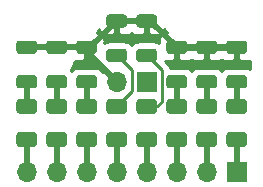
<source format=gbr>
%TF.GenerationSoftware,KiCad,Pcbnew,(5.1.10-1-10_14)*%
%TF.CreationDate,2021-09-10T18:45:47-04:00*%
%TF.ProjectId,led-bar,6c65642d-6261-4722-9e6b-696361645f70,rev?*%
%TF.SameCoordinates,Original*%
%TF.FileFunction,Copper,L1,Top*%
%TF.FilePolarity,Positive*%
%FSLAX46Y46*%
G04 Gerber Fmt 4.6, Leading zero omitted, Abs format (unit mm)*
G04 Created by KiCad (PCBNEW (5.1.10-1-10_14)) date 2021-09-10 18:45:47*
%MOMM*%
%LPD*%
G01*
G04 APERTURE LIST*
%TA.AperFunction,ComponentPad*%
%ADD10O,1.700000X1.700000*%
%TD*%
%TA.AperFunction,ComponentPad*%
%ADD11R,1.700000X1.700000*%
%TD*%
%TA.AperFunction,Conductor*%
%ADD12C,0.500000*%
%TD*%
%TA.AperFunction,Conductor*%
%ADD13C,0.250000*%
%TD*%
%TA.AperFunction,Conductor*%
%ADD14C,0.254000*%
%TD*%
%TA.AperFunction,Conductor*%
%ADD15C,0.100000*%
%TD*%
G04 APERTURE END LIST*
D10*
%TO.P,J2,2*%
%TO.N,GND*%
X172212000Y-81280000D03*
D11*
%TO.P,J2,1*%
X174752000Y-81280000D03*
%TD*%
%TO.P,R2,2*%
%TO.N,GND*%
%TA.AperFunction,SMDPad,CuDef*%
G36*
G01*
X165217001Y-78856000D02*
X163966999Y-78856000D01*
G75*
G02*
X163717000Y-78606001I0J249999D01*
G01*
X163717000Y-77980999D01*
G75*
G02*
X163966999Y-77731000I249999J0D01*
G01*
X165217001Y-77731000D01*
G75*
G02*
X165467000Y-77980999I0J-249999D01*
G01*
X165467000Y-78606001D01*
G75*
G02*
X165217001Y-78856000I-249999J0D01*
G01*
G37*
%TD.AperFunction*%
%TO.P,R2,1*%
%TO.N,Net-(D2-Pad1)*%
%TA.AperFunction,SMDPad,CuDef*%
G36*
G01*
X165217001Y-81781000D02*
X163966999Y-81781000D01*
G75*
G02*
X163717000Y-81531001I0J249999D01*
G01*
X163717000Y-80905999D01*
G75*
G02*
X163966999Y-80656000I249999J0D01*
G01*
X165217001Y-80656000D01*
G75*
G02*
X165467000Y-80905999I0J-249999D01*
G01*
X165467000Y-81531001D01*
G75*
G02*
X165217001Y-81781000I-249999J0D01*
G01*
G37*
%TD.AperFunction*%
%TD*%
%TO.P,D2,2*%
%TO.N,Net-(D2-Pad2)*%
%TA.AperFunction,SMDPad,CuDef*%
G36*
G01*
X163967000Y-85481000D02*
X165217000Y-85481000D01*
G75*
G02*
X165467000Y-85731000I0J-250000D01*
G01*
X165467000Y-86481000D01*
G75*
G02*
X165217000Y-86731000I-250000J0D01*
G01*
X163967000Y-86731000D01*
G75*
G02*
X163717000Y-86481000I0J250000D01*
G01*
X163717000Y-85731000D01*
G75*
G02*
X163967000Y-85481000I250000J0D01*
G01*
G37*
%TD.AperFunction*%
%TO.P,D2,1*%
%TO.N,Net-(D2-Pad1)*%
%TA.AperFunction,SMDPad,CuDef*%
G36*
G01*
X163967000Y-82681000D02*
X165217000Y-82681000D01*
G75*
G02*
X165467000Y-82931000I0J-250000D01*
G01*
X165467000Y-83681000D01*
G75*
G02*
X165217000Y-83931000I-250000J0D01*
G01*
X163967000Y-83931000D01*
G75*
G02*
X163717000Y-83681000I0J250000D01*
G01*
X163717000Y-82931000D01*
G75*
G02*
X163967000Y-82681000I250000J0D01*
G01*
G37*
%TD.AperFunction*%
%TD*%
%TO.P,R8,2*%
%TO.N,GND*%
%TA.AperFunction,SMDPad,CuDef*%
G36*
G01*
X182997001Y-78856000D02*
X181746999Y-78856000D01*
G75*
G02*
X181497000Y-78606001I0J249999D01*
G01*
X181497000Y-77980999D01*
G75*
G02*
X181746999Y-77731000I249999J0D01*
G01*
X182997001Y-77731000D01*
G75*
G02*
X183247000Y-77980999I0J-249999D01*
G01*
X183247000Y-78606001D01*
G75*
G02*
X182997001Y-78856000I-249999J0D01*
G01*
G37*
%TD.AperFunction*%
%TO.P,R8,1*%
%TO.N,Net-(D8-Pad1)*%
%TA.AperFunction,SMDPad,CuDef*%
G36*
G01*
X182997001Y-81781000D02*
X181746999Y-81781000D01*
G75*
G02*
X181497000Y-81531001I0J249999D01*
G01*
X181497000Y-80905999D01*
G75*
G02*
X181746999Y-80656000I249999J0D01*
G01*
X182997001Y-80656000D01*
G75*
G02*
X183247000Y-80905999I0J-249999D01*
G01*
X183247000Y-81531001D01*
G75*
G02*
X182997001Y-81781000I-249999J0D01*
G01*
G37*
%TD.AperFunction*%
%TD*%
%TO.P,R7,2*%
%TO.N,GND*%
%TA.AperFunction,SMDPad,CuDef*%
G36*
G01*
X180457001Y-78856000D02*
X179206999Y-78856000D01*
G75*
G02*
X178957000Y-78606001I0J249999D01*
G01*
X178957000Y-77980999D01*
G75*
G02*
X179206999Y-77731000I249999J0D01*
G01*
X180457001Y-77731000D01*
G75*
G02*
X180707000Y-77980999I0J-249999D01*
G01*
X180707000Y-78606001D01*
G75*
G02*
X180457001Y-78856000I-249999J0D01*
G01*
G37*
%TD.AperFunction*%
%TO.P,R7,1*%
%TO.N,Net-(D7-Pad1)*%
%TA.AperFunction,SMDPad,CuDef*%
G36*
G01*
X180457001Y-81781000D02*
X179206999Y-81781000D01*
G75*
G02*
X178957000Y-81531001I0J249999D01*
G01*
X178957000Y-80905999D01*
G75*
G02*
X179206999Y-80656000I249999J0D01*
G01*
X180457001Y-80656000D01*
G75*
G02*
X180707000Y-80905999I0J-249999D01*
G01*
X180707000Y-81531001D01*
G75*
G02*
X180457001Y-81781000I-249999J0D01*
G01*
G37*
%TD.AperFunction*%
%TD*%
%TO.P,R6,2*%
%TO.N,GND*%
%TA.AperFunction,SMDPad,CuDef*%
G36*
G01*
X177917001Y-78856000D02*
X176666999Y-78856000D01*
G75*
G02*
X176417000Y-78606001I0J249999D01*
G01*
X176417000Y-77980999D01*
G75*
G02*
X176666999Y-77731000I249999J0D01*
G01*
X177917001Y-77731000D01*
G75*
G02*
X178167000Y-77980999I0J-249999D01*
G01*
X178167000Y-78606001D01*
G75*
G02*
X177917001Y-78856000I-249999J0D01*
G01*
G37*
%TD.AperFunction*%
%TO.P,R6,1*%
%TO.N,Net-(D6-Pad1)*%
%TA.AperFunction,SMDPad,CuDef*%
G36*
G01*
X177917001Y-81781000D02*
X176666999Y-81781000D01*
G75*
G02*
X176417000Y-81531001I0J249999D01*
G01*
X176417000Y-80905999D01*
G75*
G02*
X176666999Y-80656000I249999J0D01*
G01*
X177917001Y-80656000D01*
G75*
G02*
X178167000Y-80905999I0J-249999D01*
G01*
X178167000Y-81531001D01*
G75*
G02*
X177917001Y-81781000I-249999J0D01*
G01*
G37*
%TD.AperFunction*%
%TD*%
%TO.P,R5,2*%
%TO.N,GND*%
%TA.AperFunction,SMDPad,CuDef*%
G36*
G01*
X175377001Y-76631500D02*
X174126999Y-76631500D01*
G75*
G02*
X173877000Y-76381501I0J249999D01*
G01*
X173877000Y-75756499D01*
G75*
G02*
X174126999Y-75506500I249999J0D01*
G01*
X175377001Y-75506500D01*
G75*
G02*
X175627000Y-75756499I0J-249999D01*
G01*
X175627000Y-76381501D01*
G75*
G02*
X175377001Y-76631500I-249999J0D01*
G01*
G37*
%TD.AperFunction*%
%TO.P,R5,1*%
%TO.N,Net-(D5-Pad1)*%
%TA.AperFunction,SMDPad,CuDef*%
G36*
G01*
X175377001Y-79556500D02*
X174126999Y-79556500D01*
G75*
G02*
X173877000Y-79306501I0J249999D01*
G01*
X173877000Y-78681499D01*
G75*
G02*
X174126999Y-78431500I249999J0D01*
G01*
X175377001Y-78431500D01*
G75*
G02*
X175627000Y-78681499I0J-249999D01*
G01*
X175627000Y-79306501D01*
G75*
G02*
X175377001Y-79556500I-249999J0D01*
G01*
G37*
%TD.AperFunction*%
%TD*%
%TO.P,R4,2*%
%TO.N,GND*%
%TA.AperFunction,SMDPad,CuDef*%
G36*
G01*
X172837001Y-76631500D02*
X171586999Y-76631500D01*
G75*
G02*
X171337000Y-76381501I0J249999D01*
G01*
X171337000Y-75756499D01*
G75*
G02*
X171586999Y-75506500I249999J0D01*
G01*
X172837001Y-75506500D01*
G75*
G02*
X173087000Y-75756499I0J-249999D01*
G01*
X173087000Y-76381501D01*
G75*
G02*
X172837001Y-76631500I-249999J0D01*
G01*
G37*
%TD.AperFunction*%
%TO.P,R4,1*%
%TO.N,Net-(D4-Pad1)*%
%TA.AperFunction,SMDPad,CuDef*%
G36*
G01*
X172837001Y-79556500D02*
X171586999Y-79556500D01*
G75*
G02*
X171337000Y-79306501I0J249999D01*
G01*
X171337000Y-78681499D01*
G75*
G02*
X171586999Y-78431500I249999J0D01*
G01*
X172837001Y-78431500D01*
G75*
G02*
X173087000Y-78681499I0J-249999D01*
G01*
X173087000Y-79306501D01*
G75*
G02*
X172837001Y-79556500I-249999J0D01*
G01*
G37*
%TD.AperFunction*%
%TD*%
%TO.P,R3,2*%
%TO.N,GND*%
%TA.AperFunction,SMDPad,CuDef*%
G36*
G01*
X170297001Y-78856000D02*
X169046999Y-78856000D01*
G75*
G02*
X168797000Y-78606001I0J249999D01*
G01*
X168797000Y-77980999D01*
G75*
G02*
X169046999Y-77731000I249999J0D01*
G01*
X170297001Y-77731000D01*
G75*
G02*
X170547000Y-77980999I0J-249999D01*
G01*
X170547000Y-78606001D01*
G75*
G02*
X170297001Y-78856000I-249999J0D01*
G01*
G37*
%TD.AperFunction*%
%TO.P,R3,1*%
%TO.N,Net-(D3-Pad1)*%
%TA.AperFunction,SMDPad,CuDef*%
G36*
G01*
X170297001Y-81781000D02*
X169046999Y-81781000D01*
G75*
G02*
X168797000Y-81531001I0J249999D01*
G01*
X168797000Y-80905999D01*
G75*
G02*
X169046999Y-80656000I249999J0D01*
G01*
X170297001Y-80656000D01*
G75*
G02*
X170547000Y-80905999I0J-249999D01*
G01*
X170547000Y-81531001D01*
G75*
G02*
X170297001Y-81781000I-249999J0D01*
G01*
G37*
%TD.AperFunction*%
%TD*%
%TO.P,R1,2*%
%TO.N,GND*%
%TA.AperFunction,SMDPad,CuDef*%
G36*
G01*
X167757001Y-78856000D02*
X166506999Y-78856000D01*
G75*
G02*
X166257000Y-78606001I0J249999D01*
G01*
X166257000Y-77980999D01*
G75*
G02*
X166506999Y-77731000I249999J0D01*
G01*
X167757001Y-77731000D01*
G75*
G02*
X168007000Y-77980999I0J-249999D01*
G01*
X168007000Y-78606001D01*
G75*
G02*
X167757001Y-78856000I-249999J0D01*
G01*
G37*
%TD.AperFunction*%
%TO.P,R1,1*%
%TO.N,Net-(D1-Pad1)*%
%TA.AperFunction,SMDPad,CuDef*%
G36*
G01*
X167757001Y-81781000D02*
X166506999Y-81781000D01*
G75*
G02*
X166257000Y-81531001I0J249999D01*
G01*
X166257000Y-80905999D01*
G75*
G02*
X166506999Y-80656000I249999J0D01*
G01*
X167757001Y-80656000D01*
G75*
G02*
X168007000Y-80905999I0J-249999D01*
G01*
X168007000Y-81531001D01*
G75*
G02*
X167757001Y-81781000I-249999J0D01*
G01*
G37*
%TD.AperFunction*%
%TD*%
%TO.P,D8,2*%
%TO.N,Net-(D8-Pad2)*%
%TA.AperFunction,SMDPad,CuDef*%
G36*
G01*
X181747000Y-85481000D02*
X182997000Y-85481000D01*
G75*
G02*
X183247000Y-85731000I0J-250000D01*
G01*
X183247000Y-86481000D01*
G75*
G02*
X182997000Y-86731000I-250000J0D01*
G01*
X181747000Y-86731000D01*
G75*
G02*
X181497000Y-86481000I0J250000D01*
G01*
X181497000Y-85731000D01*
G75*
G02*
X181747000Y-85481000I250000J0D01*
G01*
G37*
%TD.AperFunction*%
%TO.P,D8,1*%
%TO.N,Net-(D8-Pad1)*%
%TA.AperFunction,SMDPad,CuDef*%
G36*
G01*
X181747000Y-82681000D02*
X182997000Y-82681000D01*
G75*
G02*
X183247000Y-82931000I0J-250000D01*
G01*
X183247000Y-83681000D01*
G75*
G02*
X182997000Y-83931000I-250000J0D01*
G01*
X181747000Y-83931000D01*
G75*
G02*
X181497000Y-83681000I0J250000D01*
G01*
X181497000Y-82931000D01*
G75*
G02*
X181747000Y-82681000I250000J0D01*
G01*
G37*
%TD.AperFunction*%
%TD*%
%TO.P,D7,2*%
%TO.N,Net-(D7-Pad2)*%
%TA.AperFunction,SMDPad,CuDef*%
G36*
G01*
X179207000Y-85481000D02*
X180457000Y-85481000D01*
G75*
G02*
X180707000Y-85731000I0J-250000D01*
G01*
X180707000Y-86481000D01*
G75*
G02*
X180457000Y-86731000I-250000J0D01*
G01*
X179207000Y-86731000D01*
G75*
G02*
X178957000Y-86481000I0J250000D01*
G01*
X178957000Y-85731000D01*
G75*
G02*
X179207000Y-85481000I250000J0D01*
G01*
G37*
%TD.AperFunction*%
%TO.P,D7,1*%
%TO.N,Net-(D7-Pad1)*%
%TA.AperFunction,SMDPad,CuDef*%
G36*
G01*
X179207000Y-82681000D02*
X180457000Y-82681000D01*
G75*
G02*
X180707000Y-82931000I0J-250000D01*
G01*
X180707000Y-83681000D01*
G75*
G02*
X180457000Y-83931000I-250000J0D01*
G01*
X179207000Y-83931000D01*
G75*
G02*
X178957000Y-83681000I0J250000D01*
G01*
X178957000Y-82931000D01*
G75*
G02*
X179207000Y-82681000I250000J0D01*
G01*
G37*
%TD.AperFunction*%
%TD*%
%TO.P,D6,2*%
%TO.N,Net-(D6-Pad2)*%
%TA.AperFunction,SMDPad,CuDef*%
G36*
G01*
X176667000Y-85481000D02*
X177917000Y-85481000D01*
G75*
G02*
X178167000Y-85731000I0J-250000D01*
G01*
X178167000Y-86481000D01*
G75*
G02*
X177917000Y-86731000I-250000J0D01*
G01*
X176667000Y-86731000D01*
G75*
G02*
X176417000Y-86481000I0J250000D01*
G01*
X176417000Y-85731000D01*
G75*
G02*
X176667000Y-85481000I250000J0D01*
G01*
G37*
%TD.AperFunction*%
%TO.P,D6,1*%
%TO.N,Net-(D6-Pad1)*%
%TA.AperFunction,SMDPad,CuDef*%
G36*
G01*
X176667000Y-82681000D02*
X177917000Y-82681000D01*
G75*
G02*
X178167000Y-82931000I0J-250000D01*
G01*
X178167000Y-83681000D01*
G75*
G02*
X177917000Y-83931000I-250000J0D01*
G01*
X176667000Y-83931000D01*
G75*
G02*
X176417000Y-83681000I0J250000D01*
G01*
X176417000Y-82931000D01*
G75*
G02*
X176667000Y-82681000I250000J0D01*
G01*
G37*
%TD.AperFunction*%
%TD*%
%TO.P,D5,2*%
%TO.N,Net-(D5-Pad2)*%
%TA.AperFunction,SMDPad,CuDef*%
G36*
G01*
X174127000Y-85487000D02*
X175377000Y-85487000D01*
G75*
G02*
X175627000Y-85737000I0J-250000D01*
G01*
X175627000Y-86487000D01*
G75*
G02*
X175377000Y-86737000I-250000J0D01*
G01*
X174127000Y-86737000D01*
G75*
G02*
X173877000Y-86487000I0J250000D01*
G01*
X173877000Y-85737000D01*
G75*
G02*
X174127000Y-85487000I250000J0D01*
G01*
G37*
%TD.AperFunction*%
%TO.P,D5,1*%
%TO.N,Net-(D5-Pad1)*%
%TA.AperFunction,SMDPad,CuDef*%
G36*
G01*
X174127000Y-82687000D02*
X175377000Y-82687000D01*
G75*
G02*
X175627000Y-82937000I0J-250000D01*
G01*
X175627000Y-83687000D01*
G75*
G02*
X175377000Y-83937000I-250000J0D01*
G01*
X174127000Y-83937000D01*
G75*
G02*
X173877000Y-83687000I0J250000D01*
G01*
X173877000Y-82937000D01*
G75*
G02*
X174127000Y-82687000I250000J0D01*
G01*
G37*
%TD.AperFunction*%
%TD*%
%TO.P,D4,2*%
%TO.N,Net-(D4-Pad2)*%
%TA.AperFunction,SMDPad,CuDef*%
G36*
G01*
X171587000Y-85487000D02*
X172837000Y-85487000D01*
G75*
G02*
X173087000Y-85737000I0J-250000D01*
G01*
X173087000Y-86487000D01*
G75*
G02*
X172837000Y-86737000I-250000J0D01*
G01*
X171587000Y-86737000D01*
G75*
G02*
X171337000Y-86487000I0J250000D01*
G01*
X171337000Y-85737000D01*
G75*
G02*
X171587000Y-85487000I250000J0D01*
G01*
G37*
%TD.AperFunction*%
%TO.P,D4,1*%
%TO.N,Net-(D4-Pad1)*%
%TA.AperFunction,SMDPad,CuDef*%
G36*
G01*
X171587000Y-82687000D02*
X172837000Y-82687000D01*
G75*
G02*
X173087000Y-82937000I0J-250000D01*
G01*
X173087000Y-83687000D01*
G75*
G02*
X172837000Y-83937000I-250000J0D01*
G01*
X171587000Y-83937000D01*
G75*
G02*
X171337000Y-83687000I0J250000D01*
G01*
X171337000Y-82937000D01*
G75*
G02*
X171587000Y-82687000I250000J0D01*
G01*
G37*
%TD.AperFunction*%
%TD*%
%TO.P,D3,2*%
%TO.N,Net-(D3-Pad2)*%
%TA.AperFunction,SMDPad,CuDef*%
G36*
G01*
X169047000Y-85481000D02*
X170297000Y-85481000D01*
G75*
G02*
X170547000Y-85731000I0J-250000D01*
G01*
X170547000Y-86481000D01*
G75*
G02*
X170297000Y-86731000I-250000J0D01*
G01*
X169047000Y-86731000D01*
G75*
G02*
X168797000Y-86481000I0J250000D01*
G01*
X168797000Y-85731000D01*
G75*
G02*
X169047000Y-85481000I250000J0D01*
G01*
G37*
%TD.AperFunction*%
%TO.P,D3,1*%
%TO.N,Net-(D3-Pad1)*%
%TA.AperFunction,SMDPad,CuDef*%
G36*
G01*
X169047000Y-82681000D02*
X170297000Y-82681000D01*
G75*
G02*
X170547000Y-82931000I0J-250000D01*
G01*
X170547000Y-83681000D01*
G75*
G02*
X170297000Y-83931000I-250000J0D01*
G01*
X169047000Y-83931000D01*
G75*
G02*
X168797000Y-83681000I0J250000D01*
G01*
X168797000Y-82931000D01*
G75*
G02*
X169047000Y-82681000I250000J0D01*
G01*
G37*
%TD.AperFunction*%
%TD*%
%TO.P,D1,2*%
%TO.N,Net-(D1-Pad2)*%
%TA.AperFunction,SMDPad,CuDef*%
G36*
G01*
X166507000Y-85481000D02*
X167757000Y-85481000D01*
G75*
G02*
X168007000Y-85731000I0J-250000D01*
G01*
X168007000Y-86481000D01*
G75*
G02*
X167757000Y-86731000I-250000J0D01*
G01*
X166507000Y-86731000D01*
G75*
G02*
X166257000Y-86481000I0J250000D01*
G01*
X166257000Y-85731000D01*
G75*
G02*
X166507000Y-85481000I250000J0D01*
G01*
G37*
%TD.AperFunction*%
%TO.P,D1,1*%
%TO.N,Net-(D1-Pad1)*%
%TA.AperFunction,SMDPad,CuDef*%
G36*
G01*
X166507000Y-82681000D02*
X167757000Y-82681000D01*
G75*
G02*
X168007000Y-82931000I0J-250000D01*
G01*
X168007000Y-83681000D01*
G75*
G02*
X167757000Y-83931000I-250000J0D01*
G01*
X166507000Y-83931000D01*
G75*
G02*
X166257000Y-83681000I0J250000D01*
G01*
X166257000Y-82931000D01*
G75*
G02*
X166507000Y-82681000I250000J0D01*
G01*
G37*
%TD.AperFunction*%
%TD*%
D10*
%TO.P,J1,8*%
%TO.N,Net-(D2-Pad2)*%
X164592000Y-88900000D03*
%TO.P,J1,7*%
%TO.N,Net-(D1-Pad2)*%
X167132000Y-88900000D03*
%TO.P,J1,6*%
%TO.N,Net-(D3-Pad2)*%
X169672000Y-88900000D03*
%TO.P,J1,5*%
%TO.N,Net-(D4-Pad2)*%
X172212000Y-88900000D03*
%TO.P,J1,4*%
%TO.N,Net-(D5-Pad2)*%
X174752000Y-88900000D03*
%TO.P,J1,3*%
%TO.N,Net-(D6-Pad2)*%
X177292000Y-88900000D03*
%TO.P,J1,2*%
%TO.N,Net-(D7-Pad2)*%
X179832000Y-88900000D03*
D11*
%TO.P,J1,1*%
%TO.N,Net-(D8-Pad2)*%
X182372000Y-88900000D03*
%TD*%
D12*
%TO.N,Net-(D1-Pad2)*%
X167132000Y-86106000D02*
X167132000Y-88900000D01*
%TO.N,Net-(D1-Pad1)*%
X167132000Y-81218500D02*
X167132000Y-83306000D01*
%TO.N,Net-(D2-Pad2)*%
X164592000Y-88900000D02*
X164592000Y-86106000D01*
%TO.N,Net-(D2-Pad1)*%
X164592000Y-81218500D02*
X164592000Y-83306000D01*
%TO.N,Net-(D3-Pad2)*%
X169672000Y-88900000D02*
X169672000Y-86106000D01*
%TO.N,Net-(D3-Pad1)*%
X169672000Y-83306000D02*
X169672000Y-81218500D01*
%TO.N,Net-(D4-Pad2)*%
X172212000Y-86112000D02*
X172212000Y-88900000D01*
%TO.N,Net-(D4-Pad1)*%
X172212000Y-78994000D02*
X171958000Y-78994000D01*
D13*
X172212000Y-78994000D02*
X173482000Y-80264000D01*
X173482000Y-82042000D02*
X172212000Y-83312000D01*
X173482000Y-80264000D02*
X173482000Y-82042000D01*
D12*
%TO.N,Net-(D5-Pad2)*%
X174752000Y-88900000D02*
X174752000Y-86112000D01*
D13*
%TO.N,Net-(D5-Pad1)*%
X175627000Y-83312000D02*
X174752000Y-83312000D01*
X176022000Y-80264000D02*
X176022000Y-82917000D01*
X176022000Y-82917000D02*
X175627000Y-83312000D01*
X174752000Y-78994000D02*
X176022000Y-80264000D01*
D12*
%TO.N,Net-(D6-Pad2)*%
X177292000Y-86106000D02*
X177292000Y-88900000D01*
%TO.N,Net-(D6-Pad1)*%
X177292000Y-81218500D02*
X177292000Y-83306000D01*
%TO.N,Net-(D7-Pad2)*%
X179832000Y-88900000D02*
X179832000Y-86106000D01*
%TO.N,Net-(D7-Pad1)*%
X179832000Y-83306000D02*
X179832000Y-81218500D01*
%TO.N,Net-(D8-Pad2)*%
X182372000Y-86106000D02*
X182372000Y-88900000D01*
%TO.N,Net-(D8-Pad1)*%
X182372000Y-81218500D02*
X182372000Y-83306000D01*
%TO.N,GND*%
X164592000Y-78293500D02*
X169672000Y-78293500D01*
X169987500Y-78293500D02*
X172212000Y-76069000D01*
X169672000Y-78293500D02*
X169987500Y-78293500D01*
X172212000Y-76069000D02*
X174752000Y-76069000D01*
X175067500Y-76069000D02*
X177292000Y-78293500D01*
X174752000Y-76069000D02*
X175067500Y-76069000D01*
X177292000Y-78293500D02*
X182372000Y-78293500D01*
X169672000Y-78740000D02*
X172212000Y-81280000D01*
X169672000Y-78293500D02*
X169672000Y-78740000D01*
%TD*%
D14*
%TO.N,GND*%
X174879000Y-81153000D02*
X174899000Y-81153000D01*
X174899000Y-81407000D01*
X174879000Y-81407000D01*
X174879000Y-81427000D01*
X174625000Y-81427000D01*
X174625000Y-81407000D01*
X174605000Y-81407000D01*
X174605000Y-81153000D01*
X174625000Y-81153000D01*
X174625000Y-81133000D01*
X174879000Y-81133000D01*
X174879000Y-81153000D01*
%TA.AperFunction,Conductor*%
D15*
G36*
X174879000Y-81153000D02*
G01*
X174899000Y-81153000D01*
X174899000Y-81407000D01*
X174879000Y-81407000D01*
X174879000Y-81427000D01*
X174625000Y-81427000D01*
X174625000Y-81407000D01*
X174605000Y-81407000D01*
X174605000Y-81153000D01*
X174625000Y-81153000D01*
X174625000Y-81133000D01*
X174879000Y-81133000D01*
X174879000Y-81153000D01*
G37*
%TD.AperFunction*%
D14*
X172339000Y-81153000D02*
X172359000Y-81153000D01*
X172359000Y-81407000D01*
X172339000Y-81407000D01*
X172339000Y-81427000D01*
X172085000Y-81427000D01*
X172085000Y-81407000D01*
X172065000Y-81407000D01*
X172065000Y-81153000D01*
X172085000Y-81153000D01*
X172085000Y-81133000D01*
X172339000Y-81133000D01*
X172339000Y-81153000D01*
%TA.AperFunction,Conductor*%
D15*
G36*
X172339000Y-81153000D02*
G01*
X172359000Y-81153000D01*
X172359000Y-81407000D01*
X172339000Y-81407000D01*
X172339000Y-81427000D01*
X172085000Y-81427000D01*
X172085000Y-81407000D01*
X172065000Y-81407000D01*
X172065000Y-81153000D01*
X172085000Y-81153000D01*
X172085000Y-81133000D01*
X172339000Y-81133000D01*
X172339000Y-81153000D01*
G37*
%TD.AperFunction*%
D14*
X169799000Y-78166500D02*
X169819000Y-78166500D01*
X169819000Y-78420500D01*
X169799000Y-78420500D01*
X169799000Y-79332250D01*
X169957750Y-79491000D01*
X170547000Y-79494072D01*
X170671482Y-79481812D01*
X170714897Y-79468642D01*
X170715992Y-79479755D01*
X170766528Y-79646351D01*
X170848595Y-79799887D01*
X170959038Y-79934462D01*
X171093613Y-80044905D01*
X171247149Y-80126972D01*
X171274809Y-80135363D01*
X171211731Y-80182412D01*
X171020549Y-80394511D01*
X170924962Y-80278038D01*
X170790387Y-80167595D01*
X170636851Y-80085528D01*
X170470255Y-80034992D01*
X170297001Y-80017928D01*
X169046999Y-80017928D01*
X168873745Y-80034992D01*
X168707149Y-80085528D01*
X168553613Y-80167595D01*
X168419038Y-80278038D01*
X168402000Y-80298799D01*
X168384962Y-80278038D01*
X168312645Y-80218689D01*
X168680682Y-79482616D01*
X168797000Y-79494072D01*
X169386250Y-79491000D01*
X169545000Y-79332250D01*
X169545000Y-78420500D01*
X169525000Y-78420500D01*
X169525000Y-78166500D01*
X169545000Y-78166500D01*
X169545000Y-78146500D01*
X169799000Y-78146500D01*
X169799000Y-78166500D01*
%TA.AperFunction,Conductor*%
D15*
G36*
X169799000Y-78166500D02*
G01*
X169819000Y-78166500D01*
X169819000Y-78420500D01*
X169799000Y-78420500D01*
X169799000Y-79332250D01*
X169957750Y-79491000D01*
X170547000Y-79494072D01*
X170671482Y-79481812D01*
X170714897Y-79468642D01*
X170715992Y-79479755D01*
X170766528Y-79646351D01*
X170848595Y-79799887D01*
X170959038Y-79934462D01*
X171093613Y-80044905D01*
X171247149Y-80126972D01*
X171274809Y-80135363D01*
X171211731Y-80182412D01*
X171020549Y-80394511D01*
X170924962Y-80278038D01*
X170790387Y-80167595D01*
X170636851Y-80085528D01*
X170470255Y-80034992D01*
X170297001Y-80017928D01*
X169046999Y-80017928D01*
X168873745Y-80034992D01*
X168707149Y-80085528D01*
X168553613Y-80167595D01*
X168419038Y-80278038D01*
X168402000Y-80298799D01*
X168384962Y-80278038D01*
X168312645Y-80218689D01*
X168680682Y-79482616D01*
X168797000Y-79494072D01*
X169386250Y-79491000D01*
X169545000Y-79332250D01*
X169545000Y-78420500D01*
X169525000Y-78420500D01*
X169525000Y-78166500D01*
X169545000Y-78166500D01*
X169545000Y-78146500D01*
X169799000Y-78146500D01*
X169799000Y-78166500D01*
G37*
%TD.AperFunction*%
D14*
X177419000Y-78166500D02*
X179705000Y-78166500D01*
X179705000Y-78146500D01*
X179959000Y-78146500D01*
X179959000Y-78166500D01*
X182245000Y-78166500D01*
X182245000Y-78146500D01*
X182499000Y-78146500D01*
X182499000Y-78166500D01*
X182519000Y-78166500D01*
X182519000Y-78420500D01*
X182499000Y-78420500D01*
X182499000Y-79332250D01*
X182657750Y-79491000D01*
X183247000Y-79494072D01*
X183371482Y-79481812D01*
X183490000Y-79445860D01*
X183490000Y-80167388D01*
X183336851Y-80085528D01*
X183170255Y-80034992D01*
X182997001Y-80017928D01*
X181746999Y-80017928D01*
X181573745Y-80034992D01*
X181407149Y-80085528D01*
X181253613Y-80167595D01*
X181119038Y-80278038D01*
X181102000Y-80298799D01*
X181084962Y-80278038D01*
X180950387Y-80167595D01*
X180796851Y-80085528D01*
X180630255Y-80034992D01*
X180457001Y-80017928D01*
X179206999Y-80017928D01*
X179033745Y-80034992D01*
X178867149Y-80085528D01*
X178713613Y-80167595D01*
X178579038Y-80278038D01*
X178562000Y-80298799D01*
X178544962Y-80278038D01*
X178410387Y-80167595D01*
X178256851Y-80085528D01*
X178090255Y-80034992D01*
X177917001Y-80017928D01*
X176741553Y-80017928D01*
X176727546Y-79971753D01*
X176656974Y-79839724D01*
X176562001Y-79723999D01*
X176533004Y-79700202D01*
X176317028Y-79484226D01*
X176417000Y-79494072D01*
X177006250Y-79491000D01*
X177165000Y-79332250D01*
X177165000Y-78420500D01*
X177419000Y-78420500D01*
X177419000Y-79332250D01*
X177577750Y-79491000D01*
X178167000Y-79494072D01*
X178291482Y-79481812D01*
X178411180Y-79445502D01*
X178521494Y-79386537D01*
X178562000Y-79353295D01*
X178602506Y-79386537D01*
X178712820Y-79445502D01*
X178832518Y-79481812D01*
X178957000Y-79494072D01*
X179546250Y-79491000D01*
X179705000Y-79332250D01*
X179705000Y-78420500D01*
X179959000Y-78420500D01*
X179959000Y-79332250D01*
X180117750Y-79491000D01*
X180707000Y-79494072D01*
X180831482Y-79481812D01*
X180951180Y-79445502D01*
X181061494Y-79386537D01*
X181102000Y-79353295D01*
X181142506Y-79386537D01*
X181252820Y-79445502D01*
X181372518Y-79481812D01*
X181497000Y-79494072D01*
X182086250Y-79491000D01*
X182245000Y-79332250D01*
X182245000Y-78420500D01*
X179959000Y-78420500D01*
X179705000Y-78420500D01*
X177419000Y-78420500D01*
X177165000Y-78420500D01*
X177145000Y-78420500D01*
X177145000Y-78166500D01*
X177165000Y-78166500D01*
X177165000Y-78146500D01*
X177419000Y-78146500D01*
X177419000Y-78166500D01*
%TA.AperFunction,Conductor*%
D15*
G36*
X177419000Y-78166500D02*
G01*
X179705000Y-78166500D01*
X179705000Y-78146500D01*
X179959000Y-78146500D01*
X179959000Y-78166500D01*
X182245000Y-78166500D01*
X182245000Y-78146500D01*
X182499000Y-78146500D01*
X182499000Y-78166500D01*
X182519000Y-78166500D01*
X182519000Y-78420500D01*
X182499000Y-78420500D01*
X182499000Y-79332250D01*
X182657750Y-79491000D01*
X183247000Y-79494072D01*
X183371482Y-79481812D01*
X183490000Y-79445860D01*
X183490000Y-80167388D01*
X183336851Y-80085528D01*
X183170255Y-80034992D01*
X182997001Y-80017928D01*
X181746999Y-80017928D01*
X181573745Y-80034992D01*
X181407149Y-80085528D01*
X181253613Y-80167595D01*
X181119038Y-80278038D01*
X181102000Y-80298799D01*
X181084962Y-80278038D01*
X180950387Y-80167595D01*
X180796851Y-80085528D01*
X180630255Y-80034992D01*
X180457001Y-80017928D01*
X179206999Y-80017928D01*
X179033745Y-80034992D01*
X178867149Y-80085528D01*
X178713613Y-80167595D01*
X178579038Y-80278038D01*
X178562000Y-80298799D01*
X178544962Y-80278038D01*
X178410387Y-80167595D01*
X178256851Y-80085528D01*
X178090255Y-80034992D01*
X177917001Y-80017928D01*
X176741553Y-80017928D01*
X176727546Y-79971753D01*
X176656974Y-79839724D01*
X176562001Y-79723999D01*
X176533004Y-79700202D01*
X176317028Y-79484226D01*
X176417000Y-79494072D01*
X177006250Y-79491000D01*
X177165000Y-79332250D01*
X177165000Y-78420500D01*
X177419000Y-78420500D01*
X177419000Y-79332250D01*
X177577750Y-79491000D01*
X178167000Y-79494072D01*
X178291482Y-79481812D01*
X178411180Y-79445502D01*
X178521494Y-79386537D01*
X178562000Y-79353295D01*
X178602506Y-79386537D01*
X178712820Y-79445502D01*
X178832518Y-79481812D01*
X178957000Y-79494072D01*
X179546250Y-79491000D01*
X179705000Y-79332250D01*
X179705000Y-78420500D01*
X179959000Y-78420500D01*
X179959000Y-79332250D01*
X180117750Y-79491000D01*
X180707000Y-79494072D01*
X180831482Y-79481812D01*
X180951180Y-79445502D01*
X181061494Y-79386537D01*
X181102000Y-79353295D01*
X181142506Y-79386537D01*
X181252820Y-79445502D01*
X181372518Y-79481812D01*
X181497000Y-79494072D01*
X182086250Y-79491000D01*
X182245000Y-79332250D01*
X182245000Y-78420500D01*
X179959000Y-78420500D01*
X179705000Y-78420500D01*
X177419000Y-78420500D01*
X177165000Y-78420500D01*
X177145000Y-78420500D01*
X177145000Y-78166500D01*
X177165000Y-78166500D01*
X177165000Y-78146500D01*
X177419000Y-78146500D01*
X177419000Y-78166500D01*
G37*
%TD.AperFunction*%
D14*
X172339000Y-75942000D02*
X174625000Y-75942000D01*
X174625000Y-75922000D01*
X174879000Y-75922000D01*
X174879000Y-75942000D01*
X174899000Y-75942000D01*
X174899000Y-76196000D01*
X174879000Y-76196000D01*
X174879000Y-77107750D01*
X175037750Y-77266500D01*
X175627000Y-77269572D01*
X175751482Y-77257312D01*
X175871180Y-77221002D01*
X175981494Y-77162037D01*
X176078185Y-77082685D01*
X176157537Y-76985994D01*
X176216502Y-76875680D01*
X176244112Y-76784663D01*
X176436842Y-77093031D01*
X176417000Y-77092928D01*
X176292518Y-77105188D01*
X176172820Y-77141498D01*
X176062506Y-77200463D01*
X175965815Y-77279815D01*
X175886463Y-77376506D01*
X175827498Y-77486820D01*
X175791188Y-77606518D01*
X175778928Y-77731000D01*
X175780750Y-77895183D01*
X175716851Y-77861028D01*
X175550255Y-77810492D01*
X175377001Y-77793428D01*
X174126999Y-77793428D01*
X173953745Y-77810492D01*
X173787149Y-77861028D01*
X173633613Y-77943095D01*
X173499038Y-78053538D01*
X173482000Y-78074299D01*
X173464962Y-78053538D01*
X173330387Y-77943095D01*
X173176851Y-77861028D01*
X173010255Y-77810492D01*
X172837001Y-77793428D01*
X171586999Y-77793428D01*
X171413745Y-77810492D01*
X171247149Y-77861028D01*
X171183250Y-77895183D01*
X171185072Y-77731000D01*
X171172812Y-77606518D01*
X171136502Y-77486820D01*
X171077537Y-77376506D01*
X170998185Y-77279815D01*
X170901494Y-77200463D01*
X170791180Y-77141498D01*
X170671482Y-77105188D01*
X170547000Y-77092928D01*
X170527158Y-77093031D01*
X170719888Y-76784663D01*
X170747498Y-76875680D01*
X170806463Y-76985994D01*
X170885815Y-77082685D01*
X170982506Y-77162037D01*
X171092820Y-77221002D01*
X171212518Y-77257312D01*
X171337000Y-77269572D01*
X171926250Y-77266500D01*
X172085000Y-77107750D01*
X172085000Y-76196000D01*
X172339000Y-76196000D01*
X172339000Y-77107750D01*
X172497750Y-77266500D01*
X173087000Y-77269572D01*
X173211482Y-77257312D01*
X173331180Y-77221002D01*
X173441494Y-77162037D01*
X173482000Y-77128795D01*
X173522506Y-77162037D01*
X173632820Y-77221002D01*
X173752518Y-77257312D01*
X173877000Y-77269572D01*
X174466250Y-77266500D01*
X174625000Y-77107750D01*
X174625000Y-76196000D01*
X172339000Y-76196000D01*
X172085000Y-76196000D01*
X172065000Y-76196000D01*
X172065000Y-75942000D01*
X172085000Y-75942000D01*
X172085000Y-75922000D01*
X172339000Y-75922000D01*
X172339000Y-75942000D01*
%TA.AperFunction,Conductor*%
D15*
G36*
X172339000Y-75942000D02*
G01*
X174625000Y-75942000D01*
X174625000Y-75922000D01*
X174879000Y-75922000D01*
X174879000Y-75942000D01*
X174899000Y-75942000D01*
X174899000Y-76196000D01*
X174879000Y-76196000D01*
X174879000Y-77107750D01*
X175037750Y-77266500D01*
X175627000Y-77269572D01*
X175751482Y-77257312D01*
X175871180Y-77221002D01*
X175981494Y-77162037D01*
X176078185Y-77082685D01*
X176157537Y-76985994D01*
X176216502Y-76875680D01*
X176244112Y-76784663D01*
X176436842Y-77093031D01*
X176417000Y-77092928D01*
X176292518Y-77105188D01*
X176172820Y-77141498D01*
X176062506Y-77200463D01*
X175965815Y-77279815D01*
X175886463Y-77376506D01*
X175827498Y-77486820D01*
X175791188Y-77606518D01*
X175778928Y-77731000D01*
X175780750Y-77895183D01*
X175716851Y-77861028D01*
X175550255Y-77810492D01*
X175377001Y-77793428D01*
X174126999Y-77793428D01*
X173953745Y-77810492D01*
X173787149Y-77861028D01*
X173633613Y-77943095D01*
X173499038Y-78053538D01*
X173482000Y-78074299D01*
X173464962Y-78053538D01*
X173330387Y-77943095D01*
X173176851Y-77861028D01*
X173010255Y-77810492D01*
X172837001Y-77793428D01*
X171586999Y-77793428D01*
X171413745Y-77810492D01*
X171247149Y-77861028D01*
X171183250Y-77895183D01*
X171185072Y-77731000D01*
X171172812Y-77606518D01*
X171136502Y-77486820D01*
X171077537Y-77376506D01*
X170998185Y-77279815D01*
X170901494Y-77200463D01*
X170791180Y-77141498D01*
X170671482Y-77105188D01*
X170547000Y-77092928D01*
X170527158Y-77093031D01*
X170719888Y-76784663D01*
X170747498Y-76875680D01*
X170806463Y-76985994D01*
X170885815Y-77082685D01*
X170982506Y-77162037D01*
X171092820Y-77221002D01*
X171212518Y-77257312D01*
X171337000Y-77269572D01*
X171926250Y-77266500D01*
X172085000Y-77107750D01*
X172085000Y-76196000D01*
X172339000Y-76196000D01*
X172339000Y-77107750D01*
X172497750Y-77266500D01*
X173087000Y-77269572D01*
X173211482Y-77257312D01*
X173331180Y-77221002D01*
X173441494Y-77162037D01*
X173482000Y-77128795D01*
X173522506Y-77162037D01*
X173632820Y-77221002D01*
X173752518Y-77257312D01*
X173877000Y-77269572D01*
X174466250Y-77266500D01*
X174625000Y-77107750D01*
X174625000Y-76196000D01*
X172339000Y-76196000D01*
X172085000Y-76196000D01*
X172065000Y-76196000D01*
X172065000Y-75942000D01*
X172085000Y-75942000D01*
X172085000Y-75922000D01*
X172339000Y-75922000D01*
X172339000Y-75942000D01*
G37*
%TD.AperFunction*%
%TD*%
M02*

</source>
